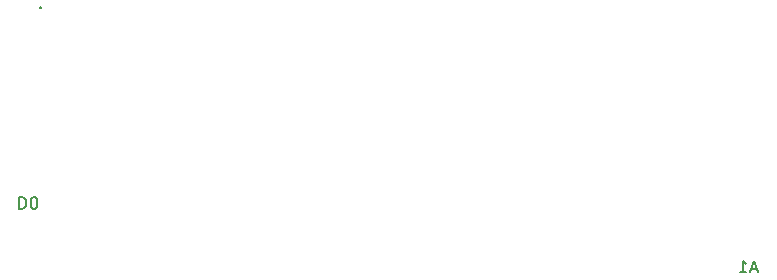
<source format=gbr>
%TF.GenerationSoftware,KiCad,Pcbnew,7.0.7*%
%TF.CreationDate,2024-03-03T00:58:18-08:00*%
%TF.ProjectId,arduino-due-shield,61726475-696e-46f2-9d64-75652d736869,rev?*%
%TF.SameCoordinates,Original*%
%TF.FileFunction,Legend,Bot*%
%TF.FilePolarity,Positive*%
%FSLAX46Y46*%
G04 Gerber Fmt 4.6, Leading zero omitted, Abs format (unit mm)*
G04 Created by KiCad (PCBNEW 7.0.7) date 2024-03-03 00:58:18*
%MOMM*%
%LPD*%
G01*
G04 APERTURE LIST*
%ADD10C,0.150000*%
G04 APERTURE END LIST*
D10*
X123174285Y-79525104D02*
X122698095Y-79525104D01*
X123269523Y-79810819D02*
X122936190Y-78810819D01*
X122936190Y-78810819D02*
X122602857Y-79810819D01*
X121745714Y-79810819D02*
X122317142Y-79810819D01*
X122031428Y-79810819D02*
X122031428Y-78810819D01*
X122031428Y-78810819D02*
X122126666Y-78953676D01*
X122126666Y-78953676D02*
X122221904Y-79048914D01*
X122221904Y-79048914D02*
X122317142Y-79096533D01*
X60761905Y-73440180D02*
X60761905Y-74440180D01*
X60761905Y-74440180D02*
X61000000Y-74440180D01*
X61000000Y-74440180D02*
X61142857Y-74392561D01*
X61142857Y-74392561D02*
X61238095Y-74297323D01*
X61238095Y-74297323D02*
X61285714Y-74202085D01*
X61285714Y-74202085D02*
X61333333Y-74011609D01*
X61333333Y-74011609D02*
X61333333Y-73868752D01*
X61333333Y-73868752D02*
X61285714Y-73678276D01*
X61285714Y-73678276D02*
X61238095Y-73583038D01*
X61238095Y-73583038D02*
X61142857Y-73487800D01*
X61142857Y-73487800D02*
X61000000Y-73440180D01*
X61000000Y-73440180D02*
X60761905Y-73440180D01*
X61952381Y-74440180D02*
X62047619Y-74440180D01*
X62047619Y-74440180D02*
X62142857Y-74392561D01*
X62142857Y-74392561D02*
X62190476Y-74344942D01*
X62190476Y-74344942D02*
X62238095Y-74249704D01*
X62238095Y-74249704D02*
X62285714Y-74059228D01*
X62285714Y-74059228D02*
X62285714Y-73821133D01*
X62285714Y-73821133D02*
X62238095Y-73630657D01*
X62238095Y-73630657D02*
X62190476Y-73535419D01*
X62190476Y-73535419D02*
X62142857Y-73487800D01*
X62142857Y-73487800D02*
X62047619Y-73440180D01*
X62047619Y-73440180D02*
X61952381Y-73440180D01*
X61952381Y-73440180D02*
X61857143Y-73487800D01*
X61857143Y-73487800D02*
X61809524Y-73535419D01*
X61809524Y-73535419D02*
X61761905Y-73630657D01*
X61761905Y-73630657D02*
X61714286Y-73821133D01*
X61714286Y-73821133D02*
X61714286Y-74059228D01*
X61714286Y-74059228D02*
X61761905Y-74249704D01*
X61761905Y-74249704D02*
X61809524Y-74344942D01*
X61809524Y-74344942D02*
X61857143Y-74392561D01*
X61857143Y-74392561D02*
X61952381Y-74440180D01*
X62516000Y-57363580D02*
X62563619Y-57411200D01*
X62563619Y-57411200D02*
X62516000Y-57458819D01*
X62516000Y-57458819D02*
X62468381Y-57411200D01*
X62468381Y-57411200D02*
X62516000Y-57363580D01*
X62516000Y-57363580D02*
X62516000Y-57458819D01*
M02*

</source>
